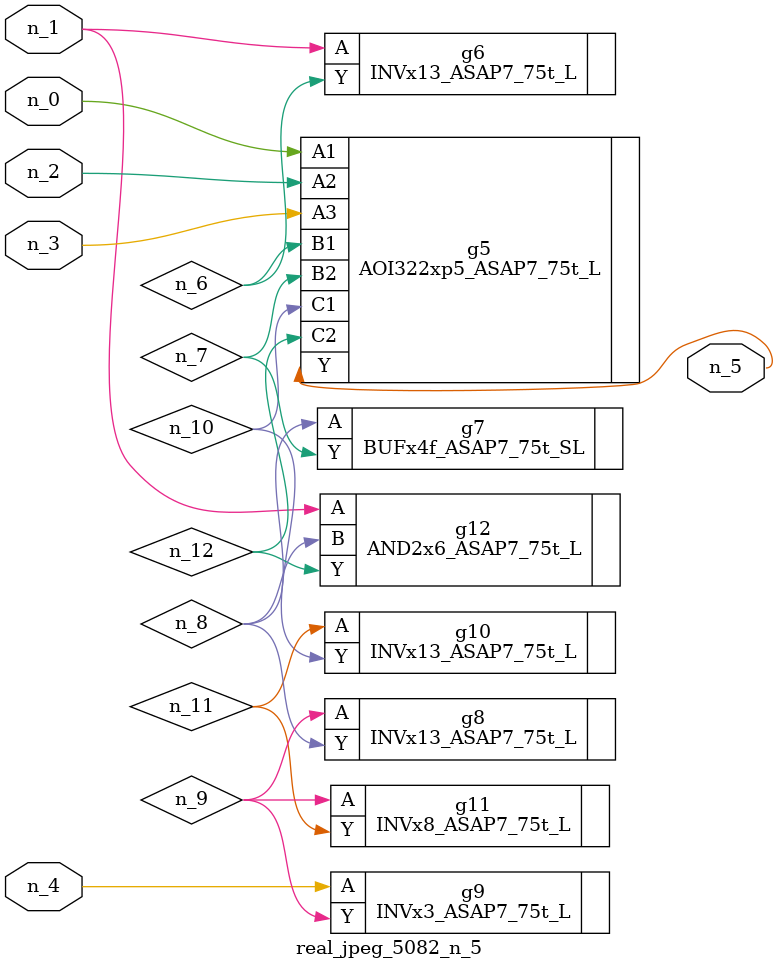
<source format=v>
module real_jpeg_5082_n_5 (n_4, n_0, n_1, n_2, n_3, n_5);

input n_4;
input n_0;
input n_1;
input n_2;
input n_3;

output n_5;

wire n_12;
wire n_8;
wire n_11;
wire n_6;
wire n_7;
wire n_10;
wire n_9;

AOI322xp5_ASAP7_75t_L g5 ( 
.A1(n_0),
.A2(n_2),
.A3(n_3),
.B1(n_6),
.B2(n_7),
.C1(n_10),
.C2(n_12),
.Y(n_5)
);

INVx13_ASAP7_75t_L g6 ( 
.A(n_1),
.Y(n_6)
);

AND2x6_ASAP7_75t_L g12 ( 
.A(n_1),
.B(n_8),
.Y(n_12)
);

INVx3_ASAP7_75t_L g9 ( 
.A(n_4),
.Y(n_9)
);

BUFx4f_ASAP7_75t_SL g7 ( 
.A(n_8),
.Y(n_7)
);

INVx13_ASAP7_75t_L g8 ( 
.A(n_9),
.Y(n_8)
);

INVx8_ASAP7_75t_L g11 ( 
.A(n_9),
.Y(n_11)
);

INVx13_ASAP7_75t_L g10 ( 
.A(n_11),
.Y(n_10)
);


endmodule
</source>
